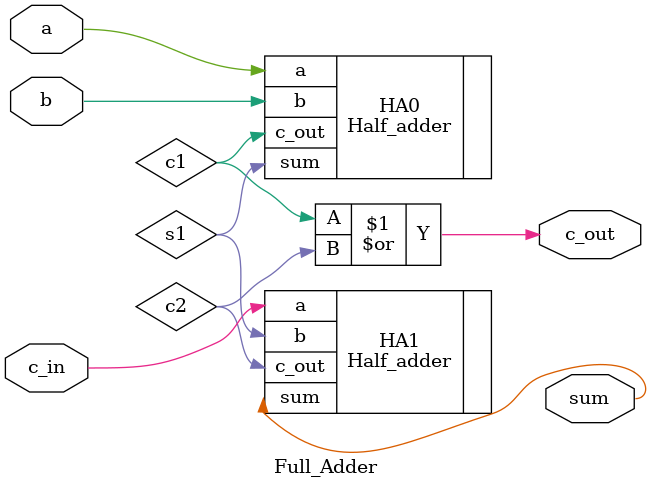
<source format=v>
`timescale 1ns / 1ps


module Full_Adder(
    input a,b,c_in,
    output c_out,sum
    );
    wire c1,s1,c2;
    Half_adder HA0 (
    .a(a),
    .b(b),
    .c_out(c1),
    .sum(s1)
    );
     Half_adder HA1 (
    .a(c_in),
    .b(s1),
    .c_out(c2),
    .sum(sum)
    );
    assign c_out = c1 | c2;
endmodule

</source>
